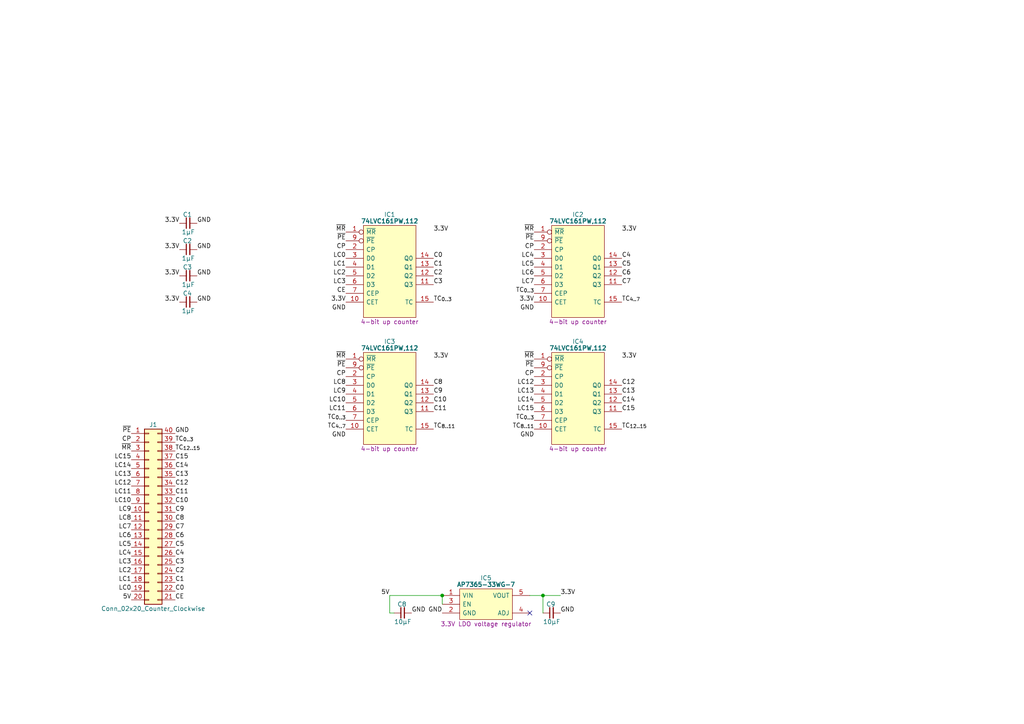
<source format=kicad_sch>
(kicad_sch (version 20230121) (generator eeschema)
  (paper "A4")
  (title_block (title "Counter 16bit") (date "2024-02-16") (rev "V0"))
  (lib_symbols
    (symbol "Connector_Generic:Conn_02x20_Counter_Clockwise" (pin_names (offset 1.016) hide)
      (property "Reference" "J" (at 1.27 25.4 0))
      (property "Value" "Conn_02x20_Counter_Clockwise" (at 1.27 -27.94 0))
      (symbol "Conn_02x20_Counter_Clockwise_1_1"
        (rectangle (start -1.27 -25.273) (end 0 -25.527) (stroke (width 0.1524)))
        (rectangle (start -1.27 -22.733) (end 0 -22.987) (stroke (width 0.1524)))
        (rectangle (start -1.27 -20.193) (end 0 -20.447) (stroke (width 0.1524)))
        (rectangle (start -1.27 -17.653) (end 0 -17.907) (stroke (width 0.1524)))
        (rectangle (start -1.27 -15.113) (end 0 -15.367) (stroke (width 0.1524)))
        (rectangle (start -1.27 -12.573) (end 0 -12.827) (stroke (width 0.1524)))
        (rectangle (start -1.27 -10.033) (end 0 -10.287) (stroke (width 0.1524)))
        (rectangle (start -1.27 -7.493) (end 0 -7.747) (stroke (width 0.1524)))
        (rectangle (start -1.27 -4.953) (end 0 -5.207) (stroke (width 0.1524)))
        (rectangle (start -1.27 -2.413) (end 0 -2.667) (stroke (width 0.1524)))
        (rectangle (start -1.27 0.127) (end 0 -0.127) (stroke (width 0.1524)))
        (rectangle (start -1.27 2.667) (end 0 2.413) (stroke (width 0.1524)))
        (rectangle (start -1.27 5.207) (end 0 4.953) (stroke (width 0.1524)))
        (rectangle (start -1.27 7.747) (end 0 7.493) (stroke (width 0.1524)))
        (rectangle (start -1.27 10.287) (end 0 10.033) (stroke (width 0.1524)))
        (rectangle (start -1.27 12.827) (end 0 12.573) (stroke (width 0.1524)))
        (rectangle (start -1.27 15.367) (end 0 15.113) (stroke (width 0.1524)))
        (rectangle (start -1.27 17.907) (end 0 17.653) (stroke (width 0.1524)))
        (rectangle (start -1.27 20.447) (end 0 20.193) (stroke (width 0.1524)))
        (rectangle (start -1.27 22.987) (end 0 22.733) (stroke (width 0.1524)))
        (rectangle (start -1.27 24.13) (end 3.81 -26.67) (stroke (width 0.254)) (fill (type background)))
        (rectangle (start 3.81 -25.273) (end 2.54 -25.527) (stroke (width 0.1524)))
        (rectangle (start 3.81 -22.733) (end 2.54 -22.987) (stroke (width 0.1524)))
        (rectangle (start 3.81 -20.193) (end 2.54 -20.447) (stroke (width 0.1524)))
        (rectangle (start 3.81 -17.653) (end 2.54 -17.907) (stroke (width 0.1524)))
        (rectangle (start 3.81 -15.113) (end 2.54 -15.367) (stroke (width 0.1524)))
        (rectangle (start 3.81 -12.573) (end 2.54 -12.827) (stroke (width 0.1524)))
        (rectangle (start 3.81 -10.033) (end 2.54 -10.287) (stroke (width 0.1524)))
        (rectangle (start 3.81 -7.493) (end 2.54 -7.747) (stroke (width 0.1524)))
        (rectangle (start 3.81 -4.953) (end 2.54 -5.207) (stroke (width 0.1524)))
        (rectangle (start 3.81 -2.413) (end 2.54 -2.667) (stroke (width 0.1524)))
        (rectangle (start 3.81 0.127) (end 2.54 -0.127) (stroke (width 0.1524)))
        (rectangle (start 3.81 2.667) (end 2.54 2.413) (stroke (width 0.1524)))
        (rectangle (start 3.81 5.207) (end 2.54 4.953) (stroke (width 0.1524)))
        (rectangle (start 3.81 7.747) (end 2.54 7.493) (stroke (width 0.1524)))
        (rectangle (start 3.81 10.287) (end 2.54 10.033) (stroke (width 0.1524)))
        (rectangle (start 3.81 12.827) (end 2.54 12.573) (stroke (width 0.1524)))
        (rectangle (start 3.81 15.367) (end 2.54 15.113) (stroke (width 0.1524)))
        (rectangle (start 3.81 17.907) (end 2.54 17.653) (stroke (width 0.1524)))
        (rectangle (start 3.81 20.447) (end 2.54 20.193) (stroke (width 0.1524)))
        (rectangle (start 3.81 22.987) (end 2.54 22.733) (stroke (width 0.1524)))
        (pin passive line (at -5.08 22.86 0) (length 3.81) (name "Pin_1") (number "1"))
        (pin passive line (at -5.08 0 0) (length 3.81) (name "Pin_10") (number "10"))
        (pin passive line (at -5.08 -2.54 0) (length 3.81) (name "Pin_11") (number "11"))
        (pin passive line (at -5.08 -5.08 0) (length 3.81) (name "Pin_12") (number "12"))
        (pin passive line (at -5.08 -7.62 0) (length 3.81) (name "Pin_13") (number "13"))
        (pin passive line (at -5.08 -10.16 0) (length 3.81) (name "Pin_14") (number "14"))
        (pin passive line (at -5.08 -12.7 0) (length 3.81) (name "Pin_15") (number "15"))
        (pin passive line (at -5.08 -15.24 0) (length 3.81) (name "Pin_16") (number "16"))
        (pin passive line (at -5.08 -17.78 0) (length 3.81) (name "Pin_17") (number "17"))
        (pin passive line (at -5.08 -20.32 0) (length 3.81) (name "Pin_18") (number "18"))
        (pin passive line (at -5.08 -22.86 0) (length 3.81) (name "Pin_19") (number "19"))
        (pin passive line (at -5.08 20.32 0) (length 3.81) (name "Pin_2") (number "2"))
        (pin passive line (at -5.08 -25.4 0) (length 3.81) (name "Pin_20") (number "20"))
        (pin passive line (at 7.62 -25.4 180) (length 3.81) (name "Pin_21") (number "21"))
        (pin passive line (at 7.62 -22.86 180) (length 3.81) (name "Pin_22") (number "22"))
        (pin passive line (at 7.62 -20.32 180) (length 3.81) (name "Pin_23") (number "23"))
        (pin passive line (at 7.62 -17.78 180) (length 3.81) (name "Pin_24") (number "24"))
        (pin passive line (at 7.62 -15.24 180) (length 3.81) (name "Pin_25") (number "25"))
        (pin passive line (at 7.62 -12.7 180) (length 3.81) (name "Pin_26") (number "26"))
        (pin passive line (at 7.62 -10.16 180) (length 3.81) (name "Pin_27") (number "27"))
        (pin passive line (at 7.62 -7.62 180) (length 3.81) (name "Pin_28") (number "28"))
        (pin passive line (at 7.62 -5.08 180) (length 3.81) (name "Pin_29") (number "29"))
        (pin passive line (at -5.08 17.78 0) (length 3.81) (name "Pin_3") (number "3"))
        (pin passive line (at 7.62 -2.54 180) (length 3.81) (name "Pin_30") (number "30"))
        (pin passive line (at 7.62 0 180) (length 3.81) (name "Pin_31") (number "31"))
        (pin passive line (at 7.62 2.54 180) (length 3.81) (name "Pin_32") (number "32"))
        (pin passive line (at 7.62 5.08 180) (length 3.81) (name "Pin_33") (number "33"))
        (pin passive line (at 7.62 7.62 180) (length 3.81) (name "Pin_34") (number "34"))
        (pin passive line (at 7.62 10.16 180) (length 3.81) (name "Pin_35") (number "35"))
        (pin passive line (at 7.62 12.7 180) (length 3.81) (name "Pin_36") (number "36"))
        (pin passive line (at 7.62 15.24 180) (length 3.81) (name "Pin_37") (number "37"))
        (pin passive line (at 7.62 17.78 180) (length 3.81) (name "Pin_38") (number "38"))
        (pin passive line (at 7.62 20.32 180) (length 3.81) (name "Pin_39") (number "39"))
        (pin passive line (at -5.08 15.24 0) (length 3.81) (name "Pin_4") (number "4"))
        (pin passive line (at 7.62 22.86 180) (length 3.81) (name "Pin_40") (number "40"))
        (pin passive line (at -5.08 12.7 0) (length 3.81) (name "Pin_5") (number "5"))
        (pin passive line (at -5.08 10.16 0) (length 3.81) (name "Pin_6") (number "6"))
        (pin passive line (at -5.08 7.62 0) (length 3.81) (name "Pin_7") (number "7"))
        (pin passive line (at -5.08 5.08 0) (length 3.81) (name "Pin_8") (number "8"))
        (pin passive line (at -5.08 2.54 0) (length 3.81) (name "Pin_9") (number "9"))
      )
    )
    (symbol "Diodes_Inc:AP7365-33WG-7" (pin_names (offset 0.762))
      (property "Reference" "IC" (at 12.7 5.08 0))
      (property "Value" "AP7365-33WG-7" (at 12.7 3.175 0))
      (property "Description" "3.3V LDO voltage regulator" (at 12.7 -8.255 0))
      (symbol "AP7365-33WG-7_0_0"
        (pin passive line (at 0 0 0) (length 5.08) (name "VIN") (number "1"))
        (pin passive line (at 0 -5.08 0) (length 5.08) (name "GND") (number "2"))
        (pin input line (at 0 -2.54 0) (length 5.08) (name "EN") (number "3"))
        (pin passive line (at 25.4 -5.08 180) (length 5.08) (name "ADJ") (number "4"))
        (pin passive line (at 25.4 0 180) (length 5.08) (name "VOUT") (number "5"))
      )
      (symbol "AP7365-33WG-7_0_1"
        (polyline (pts (xy 5.08 1.905) (xy 20.32 1.905) (xy 20.32 -6.985) (xy 5.08 -6.985) (xy 5.08 1.905)) (fill (type background)))
      )
    )
    (symbol "HCP65:C_0805" (pin_numbers hide) (pin_names (offset 0.254) hide)
      (property "Reference" "C" (at 2.286 2.54 0))
      (property "Value" "?μF" (at 2.54 -2.54 0))
      (symbol "C_0805_0_1"
        (polyline (pts (xy 1.9685 -1.4605) (xy 1.9685 1.5875)) (stroke (width 0.3048)))
        (polyline (pts (xy 2.9845 -1.4605) (xy 2.9845 1.5875)) (stroke (width 0.3302)))
      )
      (symbol "C_0805_1_1"
        (pin passive line (at 0 0 0) (length 2.032) (name "~") (number "1"))
        (pin passive line (at 5.08 0 180) (length 2.032) (name "~") (number "2"))
      )
    )
    (symbol "Nexperia:74LVC161PW,112" (pin_names (offset 0.762))
      (property "Reference" "IC" (at 12.7 5.08 0))
      (property "Value" "74LVC161PW,112" (at 12.7 3.175 0))
      (property "Description" "4-bit up counter" (at 12.7 -26.035 0))
      (symbol "74LVC161PW,112_0_0"
        (pin input inverted (at 0 0 0) (length 5.08) (name "~{MR}") (number "1"))
        (pin input line (at 0 -20.32 0) (length 5.08) (name "CET") (number "10"))
        (pin output line (at 25.4 -15.24 180) (length 5.08) (name "Q3") (number "11"))
        (pin output line (at 25.4 -12.7 180) (length 5.08) (name "Q2") (number "12"))
        (pin output line (at 25.4 -10.16 180) (length 5.08) (name "Q1") (number "13"))
        (pin output line (at 25.4 -7.62 180) (length 5.08) (name "Q0") (number "14"))
        (pin output line (at 25.4 -20.32 180) (length 5.08) (name "TC") (number "15"))
        (pin passive line (at 25.4 0 180) (length 5.08) hide (name "3V") (number "16"))
        (pin input line (at 0 -5.08 0) (length 5.08) (name "CP") (number "2"))
        (pin input line (at 0 -7.62 0) (length 5.08) (name "D0") (number "3"))
        (pin input line (at 0 -10.16 0) (length 5.08) (name "D1") (number "4"))
        (pin input line (at 0 -12.7 0) (length 5.08) (name "D2") (number "5"))
        (pin input line (at 0 -15.24 0) (length 5.08) (name "D3") (number "6"))
        (pin input line (at 0 -17.78 0) (length 5.08) (name "CEP") (number "7"))
        (pin passive line (at 0 -22.86 0) (length 5.08) hide (name "GND") (number "8"))
        (pin input inverted (at 0 -2.54 0) (length 5.08) (name "~{PE}") (number "9"))
      )
      (symbol "74LVC161PW,112_0_1"
        (polyline (pts (xy 5.08 1.905) (xy 20.32 1.905) (xy 20.32 -24.765) (xy 5.08 -24.765) (xy 5.08 1.905)) (stroke (width 0.1524)) (fill (type background)))
      )
    )
  )
  (junction (at 128.27 172.72))
  (junction (at 157.48 172.72))
  (no_connect (at 153.67 177.8))
  (wire (pts (xy 157.48 177.8) (xy 157.48 172.72)))
  (wire (pts (xy 113.03 172.72) (xy 128.27 172.72)))
  (wire (pts (xy 128.27 172.72) (xy 128.27 175.26)))
  (wire (pts (xy 153.67 172.72) (xy 157.48 172.72)))
  (wire (pts (xy 113.03 172.72) (xy 113.03 177.8)))
  (wire (pts (xy 113.03 177.8) (xy 114.3 177.8)))
  (wire (pts (xy 157.48 172.72) (xy 162.56 172.72)))
  (label "TC_{8..11}" (at 154.94 124.46 180))
  (label "C5" (at 50.8 158.75 0))
  (label "C11" (at 125.73 119.38 0))
  (label "TC_{0..3}" (at 154.94 121.92 180))
  (label "LC9" (at 38.1 148.59 180))
  (label "GND" (at 57.15 87.63 0))
  (label "GND" (at 154.94 127 180))
  (label "~{PE}" (at 154.94 69.85 180))
  (label "LC10" (at 38.1 146.05 180))
  (label "3.3V" (at 180.34 67.31 0))
  (label "GND" (at 57.15 64.77 0))
  (label "C15" (at 180.34 119.38 0))
  (label "TC_{0..3}" (at 50.8 128.27 0))
  (label "~{PE}" (at 38.1 125.73 180))
  (label "C5" (at 180.34 77.47 0))
  (label "LC1" (at 100.33 77.47 180))
  (label "C14" (at 180.34 116.84 0))
  (label "~{PE}" (at 100.33 106.68 180))
  (label "CP" (at 38.1 128.27 180))
  (label "GND" (at 162.56 177.8 0))
  (label "LC8" (at 100.33 111.76 180))
  (label "5V" (at 38.1 173.99 180))
  (label "GND" (at 57.15 80.01 0))
  (label "~{MR}" (at 100.33 104.14 180))
  (label "CP" (at 154.94 72.39 180))
  (label "3.3V" (at 52.07 72.39 180))
  (label "C10" (at 50.8 146.05 0))
  (label "TC_{4..7}" (at 100.33 124.46 180))
  (label "TC_{4..7}" (at 180.34 87.63 0))
  (label "LC6" (at 154.94 80.01 180))
  (label "LC1" (at 38.1 168.91 180))
  (label "CP" (at 154.94 109.22 180))
  (label "GND" (at 100.33 127 180))
  (label "LC12" (at 154.94 111.76 180))
  (label "3.3V" (at 125.73 67.31 0))
  (label "LC9" (at 100.33 114.3 180))
  (label "GND" (at 119.38 177.8 0))
  (label "5V" (at 113.03 172.72 180))
  (label "LC4" (at 154.94 74.93 180))
  (label "3.3V" (at 125.73 104.14 0))
  (label "C8" (at 125.73 111.76 0))
  (label "LC15" (at 154.94 119.38 180))
  (label "LC15" (at 38.1 133.35 180))
  (label "C1" (at 50.8 168.91 0))
  (label "C9" (at 50.8 148.59 0))
  (label "C2" (at 50.8 166.37 0))
  (label "C3" (at 50.8 163.83 0))
  (label "3.3V" (at 52.07 64.77 180))
  (label "GND" (at 128.27 177.8 180))
  (label "~{PE}" (at 154.94 106.68 180))
  (label "C11" (at 50.8 143.51 0))
  (label "LC14" (at 154.94 116.84 180))
  (label "GND" (at 57.15 72.39 0))
  (label "TC_{0..3}" (at 100.33 121.92 180))
  (label "CE" (at 100.33 85.09 180))
  (label "C6" (at 180.34 80.01 0))
  (label "LC3" (at 100.33 82.55 180))
  (label "LC10" (at 100.33 116.84 180))
  (label "~{MR}" (at 100.33 67.31 180))
  (label "C13" (at 180.34 114.3 0))
  (label "GND" (at 154.94 90.17 180))
  (label "C4" (at 50.8 161.29 0))
  (label "CP" (at 100.33 109.22 180))
  (label "LC4" (at 38.1 161.29 180))
  (label "C2" (at 125.73 80.01 0))
  (label "C7" (at 50.8 153.67 0))
  (label "~{MR}" (at 38.1 130.81 180))
  (label "LC11" (at 100.33 119.38 180))
  (label "C8" (at 50.8 151.13 0))
  (label "C12" (at 180.34 111.76 0))
  (label "C1" (at 125.73 77.47 0))
  (label "LC13" (at 154.94 114.3 180))
  (label "~{MR}" (at 154.94 67.31 180))
  (label "C4" (at 180.34 74.93 0))
  (label "C9" (at 125.73 114.3 0))
  (label "LC11" (at 38.1 143.51 180))
  (label "LC8" (at 38.1 151.13 180))
  (label "C6" (at 50.8 156.21 0))
  (label "CE" (at 50.8 173.99 0))
  (label "3.3V" (at 52.07 87.63 180))
  (label "LC0" (at 38.1 171.45 180))
  (label "LC2" (at 38.1 166.37 180))
  (label "TC_{12..15}" (at 180.34 124.46 0))
  (label "3.3V" (at 162.56 172.72 0))
  (label "C0" (at 125.73 74.93 0))
  (label "C15" (at 50.8 133.35 0))
  (label "LC6" (at 38.1 156.21 180))
  (label "C10" (at 125.73 116.84 0))
  (label "C3" (at 125.73 82.55 0))
  (label "C0" (at 50.8 171.45 0))
  (label "C14" (at 50.8 135.89 0))
  (label "LC12" (at 38.1 140.97 180))
  (label "3.3V" (at 180.34 104.14 0))
  (label "TC_{0..3}" (at 125.73 87.63 0))
  (label "LC0" (at 100.33 74.93 180))
  (label "3.3V" (at 100.33 87.63 180))
  (label "C12" (at 50.8 140.97 0))
  (label "~{MR}" (at 154.94 104.14 180))
  (label "LC2" (at 100.33 80.01 180))
  (label "C7" (at 180.34 82.55 0))
  (label "TC_{8..11}" (at 125.73 124.46 0))
  (label "TC_{12..15}" (at 50.8 130.81 0))
  (label "3.3V" (at 52.07 80.01 180))
  (label "GND" (at 100.33 90.17 180))
  (label "C13" (at 50.8 138.43 0))
  (label "LC7" (at 38.1 153.67 180))
  (label "3.3V" (at 154.94 87.63 180))
  (label "LC7" (at 154.94 82.55 180))
  (label "CP" (at 100.33 72.39 180))
  (label "GND" (at 50.8 125.73 0))
  (label "LC14" (at 38.1 135.89 180))
  (label "LC5" (at 154.94 77.47 180))
  (label "~{PE}" (at 100.33 69.85 180))
  (label "LC3" (at 38.1 163.83 180))
  (label "LC13" (at 38.1 138.43 180))
  (label "TC_{0..3}" (at 154.94 85.09 180))
  (label "LC5" (at 38.1 158.75 180))
  (symbol (lib_id "Connector_Generic:Conn_02x20_Counter_Clockwise") (at 43.18 148.59 0) (unit 1)
    (property "Reference" "J1" (at 44.45 123.19 0))
    (property "Value" "Conn_02x20_Counter_Clockwise" (at 44.45 176.53 0))
    (property "Footprint" "SamacSys_Parts:DIP-40_Board_W15.24mm_Alt" (effects hide))
  )
  (symbol (lib_id "HCP65:C_0805") (at 52.07 80.01 0) (unit 1)
    (property "Reference" "C3" (at 54.356 77.47 0))
    (property "Value" "1μF" (at 54.61 82.55 0))
    (property "Footprint" "SamacSys_Parts:C_0805" (effects hide))
  )
  (symbol (lib_id "HCP65:C_0805") (at 52.07 64.77 0) (unit 1)
    (property "Reference" "C1" (at 54.356 62.23 0))
    (property "Value" "1μF" (at 54.61 67.31 0))
    (property "Footprint" "SamacSys_Parts:C_0805" (effects hide))
  )
  (symbol (lib_id "Nexperia:74LVC161PW,112") (at 154.94 104.14 0) (unit 1)
    (property "Reference" "IC4" (at 167.64 99.06 0))
    (property "Value" "74LVC161PW,112" (at 167.64 100.965 0) (effects (font bold)))
    (property "Footprint" "SOP65P640X110-16N" (effects hide))
    (property "Datasheet" "https://assets.nexperia.com/documents/data-sheet/74LVC161.pdf" (effects hide))
    (property "Description" "4-bit up counter" (at 167.64 130.175 0))
    (property "Height" "1.1" (effects hide))
    (property "Mouser Part Number" "771-LVC161PW112" (effects hide))
    (property "Mouser Price/Stock" "https://www.mouser.co.uk/ProductDetail/Nexperia/74LVC161PW112?qs=me8TqzrmIYXBQ64YL7POQw%3D%3D" (effects hide))
    (property "Manufacturer_Name" "Nexperia" (effects hide))
    (property "Manufacturer_Part_Number" "74LVC161PW,112" (effects hide))
    (property "Silkscreen" "74LVC161" (effects hide))
  )
  (symbol (lib_id "Nexperia:74LVC161PW,112") (at 100.33 104.14 0) (unit 1)
    (property "Reference" "IC3" (at 113.03 99.06 0))
    (property "Value" "74LVC161PW,112" (at 113.03 100.965 0) (effects (font bold)))
    (property "Footprint" "SOP65P640X110-16N" (effects hide))
    (property "Datasheet" "https://assets.nexperia.com/documents/data-sheet/74LVC161.pdf" (effects hide))
    (property "Description" "4-bit up counter" (at 113.03 130.175 0))
    (property "Height" "1.1" (effects hide))
    (property "Mouser Part Number" "771-LVC161PW112" (effects hide))
    (property "Mouser Price/Stock" "https://www.mouser.co.uk/ProductDetail/Nexperia/74LVC161PW112?qs=me8TqzrmIYXBQ64YL7POQw%3D%3D" (effects hide))
    (property "Manufacturer_Name" "Nexperia" (effects hide))
    (property "Manufacturer_Part_Number" "74LVC161PW,112" (effects hide))
    (property "Silkscreen" "74LVC161" (effects hide))
  )
  (symbol (lib_id "Nexperia:74LVC161PW,112") (at 100.33 67.31 0) (unit 1)
    (property "Reference" "IC1" (at 113.03 62.23 0))
    (property "Value" "74LVC161PW,112" (at 113.03 64.135 0) (effects (font bold)))
    (property "Footprint" "SOP65P640X110-16N" (effects hide))
    (property "Datasheet" "https://assets.nexperia.com/documents/data-sheet/74LVC161.pdf" (effects hide))
    (property "Description" "4-bit up counter" (at 113.03 93.345 0))
    (property "Height" "1.1" (effects hide))
    (property "Mouser Part Number" "771-LVC161PW112" (effects hide))
    (property "Mouser Price/Stock" "https://www.mouser.co.uk/ProductDetail/Nexperia/74LVC161PW112?qs=me8TqzrmIYXBQ64YL7POQw%3D%3D" (effects hide))
    (property "Manufacturer_Name" "Nexperia" (effects hide))
    (property "Manufacturer_Part_Number" "74LVC161PW,112" (effects hide))
    (property "Silkscreen" "74LVC161" (effects hide))
  )
  (symbol (lib_id "HCP65:C_0805") (at 52.07 87.63 0) (unit 1)
    (property "Reference" "C4" (at 54.356 85.09 0))
    (property "Value" "1μF" (at 54.61 90.17 0))
    (property "Footprint" "SamacSys_Parts:C_0805" (effects hide))
  )
  (symbol (lib_id "HCP65:C_0805") (at 114.3 177.8 0) (unit 1)
    (property "Reference" "C8" (at 116.586 175.26 0))
    (property "Value" "10µF" (at 114.3 180.34 0) (effects (justify left)))
    (property "Footprint" "SamacSys_Parts:C_0805" (effects hide))
  )
  (symbol (lib_id "Diodes_Inc:AP7365-33WG-7") (at 128.27 172.72 0) (unit 1)
    (property "Reference" "IC5" (at 140.97 167.64 0))
    (property "Value" "AP7365-33WG-7" (at 140.97 169.545 0) (effects (font bold)))
    (property "Footprint" "SOT95P285X130-5N" (effects hide))
    (property "Datasheet" "https://componentsearchengine.com/Datasheets/1/AP7365-33WG-7.pdf" (effects hide))
    (property "Description" "3.3V LDO voltage regulator" (at 140.97 180.975 0))
    (property "Height" "1.3" (effects hide))
    (property "Manufacturer_Name" "Diodes Inc." (effects hide))
    (property "Manufacturer_Part_Number" "AP7365-33WG-7" (effects hide))
    (property "Mouser Part Number" "621-AP7365-33WG-7" (effects hide))
    (property "Mouser Price/Stock" "https://www.mouser.co.uk/ProductDetail/Diodes-Incorporated/AP7365-33WG-7?qs=abZ1nkZpTuOZFvxvoFPL0w%3D%3D" (effects hide))
    (property "Arrow Part Number" "AP7365-33WG-7" (effects hide))
    (property "Arrow Price/Stock" "https://www.arrow.com/en/products/ap7365-33wg-7/diodes-incorporated?region=nac" (effects hide))
    (property "Silkscreen" "AP7365" (effects hide))
  )
  (symbol (lib_id "HCP65:C_0805") (at 157.48 177.8 0) (unit 1)
    (property "Reference" "C9" (at 159.766 175.26 0))
    (property "Value" "10µF" (at 157.48 180.34 0) (effects (justify left)))
    (property "Footprint" "SamacSys_Parts:C_0805" (effects hide))
  )
  (symbol (lib_id "Nexperia:74LVC161PW,112") (at 154.94 67.31 0) (unit 1)
    (property "Reference" "IC2" (at 167.64 62.23 0))
    (property "Value" "74LVC161PW,112" (at 167.64 64.135 0) (effects (font bold)))
    (property "Footprint" "SOP65P640X110-16N" (effects hide))
    (property "Datasheet" "https://assets.nexperia.com/documents/data-sheet/74LVC161.pdf" (effects hide))
    (property "Description" "4-bit up counter" (at 167.64 93.345 0))
    (property "Height" "1.1" (effects hide))
    (property "Mouser Part Number" "771-LVC161PW112" (effects hide))
    (property "Mouser Price/Stock" "https://www.mouser.co.uk/ProductDetail/Nexperia/74LVC161PW112?qs=me8TqzrmIYXBQ64YL7POQw%3D%3D" (effects hide))
    (property "Manufacturer_Name" "Nexperia" (effects hide))
    (property "Manufacturer_Part_Number" "74LVC161PW,112" (effects hide))
    (property "Silkscreen" "74LVC161" (effects hide))
  )
  (symbol (lib_id "HCP65:C_0805") (at 52.07 72.39 0) (unit 1)
    (property "Reference" "C2" (at 54.356 69.85 0))
    (property "Value" "1μF" (at 54.61 74.93 0))
    (property "Footprint" "SamacSys_Parts:C_0805" (effects hide))
  )
)
</source>
